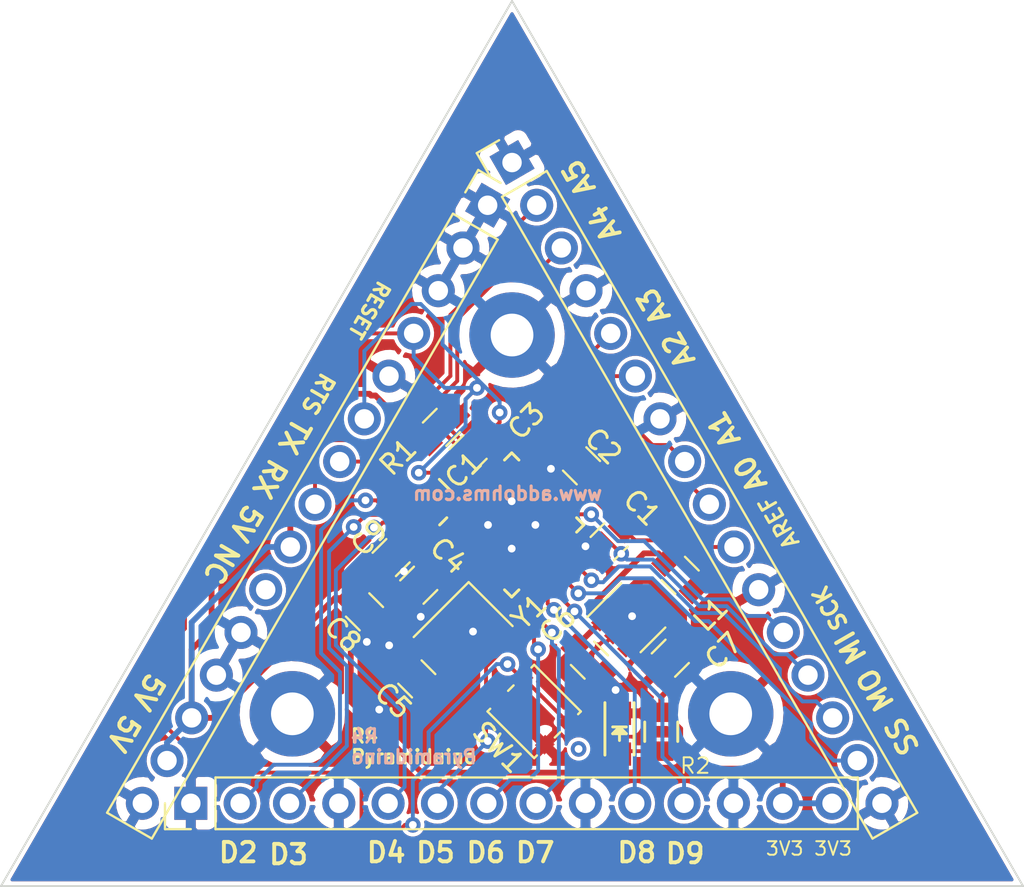
<source format=kicad_pcb>
(kicad_pcb (version 4) (host pcbnew 4.0.5)
  (layers (0 F.Cu signal) (31 B.Cu signal) (34 B.Paste user) (35 F.Paste user) (36 B.SilkS user) (37 F.SilkS user) (38 B.Mask user) (39 F.Mask user) (44 Edge.Cuts user))
  (net 0 "")
  (net 1 "Net-(C1-Pad1)")
  (net 2 GND)
  (net 3 /AREF)
  (net 4 /RESET)
  (net 5 /RTS)
  (net 6 /X_P)
  (net 7 /X_N)
  (net 8 VCC)
  (net 9 +3V3)
  (net 10 /D3)
  (net 11 /D4)
  (net 12 /D5)
  (net 13 /D6)
  (net 14 /D7)
  (net 15 /D8)
  (net 16 /D9)
  (net 17 /SS)
  (net 18 /MOSI)
  (net 19 /MISO)
  (net 20 /SCK)
  (net 21 /A0)
  (net 22 /A1)
  (net 23 /A2)
  (net 24 /A3)
  (net 25 /A4)
  (net 26 /A5)
  (net 27 /328-RX)
  (net 28 /328-TX)
  (net 29 /D2)
  (net 30 "Net-(D1-Pad2)")
  (module Pin_Headers:Pin_Header_Straight_1x16_Pitch2.54mm (layer F.Cu) (at 126.317 92.739 30)
    (fp_text reference P1 hide)
    (fp_text value CONN_01X16)
    (pad 1 thru_hole rect (at 0 0 30) (size 1.7 1.7) (drill 1) (layers *.Cu *.Mask) (net 2 GND))
    (pad 2 thru_hole oval (at 0 2.54 30) (size 1.7 1.7) (drill 1) (layers *.Cu *.Mask) (net 26 /A5))
    (pad 3 thru_hole oval (at 0 5.08 30) (size 1.7 1.7) (drill 1) (layers *.Cu *.Mask) (net 25 /A4))
    (pad 4 thru_hole oval (at 0 7.62 30) (size 1.7 1.7) (drill 1) (layers *.Cu *.Mask) (net 2 GND))
    (pad 5 thru_hole oval (at 0 10.16 30) (size 1.7 1.7) (drill 1) (layers *.Cu *.Mask) (net 24 /A3))
    (pad 6 thru_hole oval (at 0 12.7 30) (size 1.7 1.7) (drill 1) (layers *.Cu *.Mask) (net 23 /A2))
    (pad 7 thru_hole oval (at 0 15.24 30) (size 1.7 1.7) (drill 1) (layers *.Cu *.Mask) (net 2 GND))
    (pad 8 thru_hole oval (at 0 17.78 30) (size 1.7 1.7) (drill 1) (layers *.Cu *.Mask) (net 22 /A1))
    (pad 9 thru_hole oval (at 0 20.32 30) (size 1.7 1.7) (drill 1) (layers *.Cu *.Mask) (net 21 /A0))
    (pad 10 thru_hole oval (at 0 22.86 30) (size 1.7 1.7) (drill 1) (layers *.Cu *.Mask) (net 3 /AREF))
    (pad 11 thru_hole oval (at 0 25.4 30) (size 1.7 1.7) (drill 1) (layers *.Cu *.Mask) (net 2 GND))
    (pad 12 thru_hole oval (at 0 27.94 30) (size 1.7 1.7) (drill 1) (layers *.Cu *.Mask) (net 20 /SCK))
    (pad 13 thru_hole oval (at 0 30.48 30) (size 1.7 1.7) (drill 1) (layers *.Cu *.Mask) (net 19 /MISO))
    (pad 14 thru_hole oval (at 0 33.02 30) (size 1.7 1.7) (drill 1) (layers *.Cu *.Mask) (net 18 /MOSI))
    (pad 15 thru_hole oval (at 0 35.56 30) (size 1.7 1.7) (drill 1) (layers *.Cu *.Mask) (net 17 /SS))
    (pad 16 thru_hole oval (at 0 38.1 30) (size 1.7 1.7) (drill 1) (layers *.Cu *.Mask) (net 2 GND))
  )
  (module Capacitors_SMD:C_0805 (layer F.Cu) (at 131.318 112.268 225)
    (fp_text reference C1 (at -2.439518 0.060811 315) (layer F.SilkS))
    (fp_text value 100nF)
    (pad 1 smd rect (at -1 0 225) (size 1 1.25) (layers F.Cu F.Paste F.Mask) (net 1 "Net-(C1-Pad1)"))
    (pad 2 smd rect (at 1 0 225) (size 1 1.25) (layers F.Cu F.Paste F.Mask) (net 2 GND))
  )
  (module Capacitors_SMD:C_0805 (layer F.Cu) (at 129.8956 108.3564 135)
    (fp_text reference C2 (at -0.071842 1.508683 135) (layer F.SilkS))
    (fp_text value 10nF)
    (pad 1 smd rect (at -1 0 135) (size 1 1.25) (layers F.Cu F.Paste F.Mask) (net 3 /AREF))
    (pad 2 smd rect (at 1 0 135) (size 1 1.25) (layers F.Cu F.Paste F.Mask) (net 2 GND))
  )
  (module Capacitors_SMD:C_0805 (layer F.Cu) (at 124.0536 107.7468 45)
    (fp_text reference C3 (at 3.304734 0.933947 45) (layer F.SilkS))
    (fp_text value 100nF)
    (pad 1 smd rect (at -1 0 45) (size 1 1.25) (layers F.Cu F.Paste F.Mask) (net 4 /RESET))
    (pad 2 smd rect (at 1 0 45) (size 1 1.25) (layers F.Cu F.Paste F.Mask) (net 5 /RTS))
  )
  (module Capacitors_SMD:C_0805 (layer F.Cu) (at 121.5136 114.5032 45)
    (fp_text reference C4 (at 2.155261 0 315) (layer F.SilkS))
    (fp_text value 22pF)
    (pad 1 smd rect (at -1 0 45) (size 1 1.25) (layers F.Cu F.Paste F.Mask) (net 2 GND))
    (pad 2 smd rect (at 1 0 45) (size 1 1.25) (layers F.Cu F.Paste F.Mask) (net 6 /X_P))
  )
  (module Capacitors_SMD:C_0805 (layer F.Cu) (at 121.412 119.3292 315)
    (fp_text reference C5 (at -0.071842 1.652367 315) (layer F.SilkS))
    (fp_text value 22pF)
    (pad 1 smd rect (at -1 0 315) (size 1 1.25) (layers F.Cu F.Paste F.Mask) (net 2 GND))
    (pad 2 smd rect (at 1 0 315) (size 1 1.25) (layers F.Cu F.Paste F.Mask) (net 7 /X_N))
  )
  (module Capacitors_SMD:C_0805 (layer F.Cu) (at 130.302 118.364 135)
    (fp_text reference C6 (at 2.44263 0.143684 225) (layer F.SilkS))
    (fp_text value 1uF)
    (pad 1 smd rect (at -1 0 135) (size 1 1.25) (layers F.Cu F.Paste F.Mask) (net 2 GND))
    (pad 2 smd rect (at 1 0 135) (size 1 1.25) (layers F.Cu F.Paste F.Mask) (net 8 VCC))
  )
  (module Capacitors_SMD:C_0805 (layer F.Cu) (at 134.4676 118.2624 45)
    (fp_text reference C7 (at 2.188354 1.675843 45) (layer F.SilkS))
    (fp_text value 1uF)
    (pad 1 smd rect (at -1 0 45) (size 1 1.25) (layers F.Cu F.Paste F.Mask) (net 2 GND))
    (pad 2 smd rect (at 1 0 45) (size 1 1.25) (layers F.Cu F.Paste F.Mask) (net 9 +3V3))
  )
  (module Capacitors_SMD:C_0805 (layer F.Cu) (at 118.7196 115.8748 315)
    (fp_text reference C8 (at 0.035921 1.616446 315) (layer F.SilkS))
    (fp_text value 1uF)
    (pad 1 smd rect (at -1 0 315) (size 1 1.25) (layers F.Cu F.Paste F.Mask) (net 8 VCC))
    (pad 2 smd rect (at 1 0 315) (size 1 1.25) (layers F.Cu F.Paste F.Mask) (net 2 GND))
  )
  (module Capacitors_SMD:C_0805 (layer F.Cu) (at 120.0912 113.0808 225)
    (fp_text reference C9 (at 0.071842 1.508683 225) (layer F.SilkS))
    (fp_text value 100nF)
    (pad 1 smd rect (at -1 0 225) (size 1 1.25) (layers F.Cu F.Paste F.Mask) (net 8 VCC))
    (pad 2 smd rect (at 1 0 225) (size 1 1.25) (layers F.Cu F.Paste F.Mask) (net 2 GND))
  )
  (module Capacitors_SMD:C_0805 (layer F.Cu) (at 134.9756 113.9952 135)
    (fp_text reference L1 (at -2.530877 -0.304339 225) (layer F.SilkS))
    (fp_text value 10uH)
    (pad 1 smd rect (at -1 0 135) (size 1 1.25) (layers F.Cu F.Paste F.Mask) (net 1 "Net-(C1-Pad1)"))
    (pad 2 smd rect (at 1 0 135) (size 1 1.25) (layers F.Cu F.Paste F.Mask) (net 8 VCC))
  )
  (module Pin_Headers:Pin_Header_Straight_1x15_Pitch2.54mm (layer F.Cu) (at 125.061 94.939 330)
    (fp_text reference P2 hide)
    (fp_text value CONN_01X14)
    (pad 1 thru_hole rect (at 0 0 330) (size 1.7 1.7) (drill 1) (layers *.Cu *.Mask) (net 2 GND))
    (pad 2 thru_hole oval (at 0 2.54 330) (size 1.7 1.7) (drill 1) (layers *.Cu *.Mask) (net 2 GND))
    (pad 3 thru_hole oval (at 0 5.08 330) (size 1.7 1.7) (drill 1) (layers *.Cu *.Mask) (net 2 GND))
    (pad 4 thru_hole oval (at 0 7.62 330) (size 1.7 1.7) (drill 1) (layers *.Cu *.Mask) (net 4 /RESET))
    (pad 5 thru_hole oval (at 0 10.16 330) (size 1.7 1.7) (drill 1) (layers *.Cu *.Mask) (net 2 GND))
    (pad 6 thru_hole oval (at 0 12.7 330) (size 1.7 1.7) (drill 1) (layers *.Cu *.Mask) (net 5 /RTS))
    (pad 7 thru_hole oval (at 0 15.24 330) (size 1.7 1.7) (drill 1) (layers *.Cu *.Mask) (net 28 /328-TX))
    (pad 8 thru_hole oval (at 0 17.78 330) (size 1.7 1.7) (drill 1) (layers *.Cu *.Mask) (net 27 /328-RX))
    (pad 9 thru_hole oval (at 0 20.32 330) (size 1.7 1.7) (drill 1) (layers *.Cu *.Mask) (net 8 VCC))
    (pad 10 thru_hole oval (at 0 22.86 330) (size 1.7 1.7) (drill 1) (layers *.Cu *.Mask))
    (pad 11 thru_hole oval (at 0 25.4 330) (size 1.7 1.7) (drill 1) (layers *.Cu *.Mask) (net 2 GND))
    (pad 12 thru_hole oval (at 0 27.94 330) (size 1.7 1.7) (drill 1) (layers *.Cu *.Mask) (net 2 GND))
    (pad 13 thru_hole oval (at 0 30.48 330) (size 1.7 1.7) (drill 1) (layers *.Cu *.Mask) (net 8 VCC))
    (pad 14 thru_hole oval (at 0 33.02 330) (size 1.7 1.7) (drill 1) (layers *.Cu *.Mask) (net 8 VCC))
    (pad 15 thru_hole oval (at 0 35.56 330) (size 1.7 1.7) (drill 1) (layers *.Cu *.Mask) (net 2 GND))
  )
  (module Pin_Headers:Pin_Header_Straight_1x14_Pitch2.54mm (layer F.Cu) (at 109.776 125.735 90)
    (fp_text reference P3 hide)
    (fp_text value CONN_01X14)
    (pad 1 thru_hole rect (at 0 0 90) (size 1.7 1.7) (drill 1) (layers *.Cu *.Mask) (net 2 GND))
    (pad 2 thru_hole oval (at 0 2.54 90) (size 1.7 1.7) (drill 1) (layers *.Cu *.Mask) (net 29 /D2))
    (pad 3 thru_hole oval (at 0 5.08 90) (size 1.7 1.7) (drill 1) (layers *.Cu *.Mask) (net 10 /D3))
    (pad 4 thru_hole oval (at 0 7.62 90) (size 1.7 1.7) (drill 1) (layers *.Cu *.Mask) (net 2 GND))
    (pad 5 thru_hole oval (at 0 10.16 90) (size 1.7 1.7) (drill 1) (layers *.Cu *.Mask) (net 11 /D4))
    (pad 6 thru_hole oval (at 0 12.7 90) (size 1.7 1.7) (drill 1) (layers *.Cu *.Mask) (net 12 /D5))
    (pad 7 thru_hole oval (at 0 15.24 90) (size 1.7 1.7) (drill 1) (layers *.Cu *.Mask) (net 13 /D6))
    (pad 8 thru_hole oval (at 0 17.78 90) (size 1.7 1.7) (drill 1) (layers *.Cu *.Mask) (net 14 /D7))
    (pad 9 thru_hole oval (at 0 20.32 90) (size 1.7 1.7) (drill 1) (layers *.Cu *.Mask) (net 2 GND))
    (pad 10 thru_hole oval (at 0 22.86 90) (size 1.7 1.7) (drill 1) (layers *.Cu *.Mask) (net 15 /D8))
    (pad 11 thru_hole oval (at 0 25.4 90) (size 1.7 1.7) (drill 1) (layers *.Cu *.Mask) (net 16 /D9))
    (pad 12 thru_hole oval (at 0 27.94 90) (size 1.7 1.7) (drill 1) (layers *.Cu *.Mask) (net 2 GND))
    (pad 13 thru_hole oval (at 0 30.48 90) (size 1.7 1.7) (drill 1) (layers *.Cu *.Mask) (net 9 +3V3))
    (pad 14 thru_hole oval (at 0 33.02 90) (size 1.7 1.7) (drill 1) (layers *.Cu *.Mask) (net 9 +3V3))
  )
  (module Mounting_Holes:MountingHole_2.2mm_M2_Pad (layer F.Cu) (at 115.005 121.127)
    (fp_text reference P4 hide)
    (fp_text value CONN_01X01)
    (pad 1 thru_hole circle (at 0 0) (size 4.4 4.4) (drill 2.2) (layers *.Cu *.Mask) (net 2 GND))
  )
  (module Mounting_Holes:MountingHole_2.2mm_M2_Pad (layer F.Cu) (at 137.578 121.127)
    (fp_text reference P5 hide)
    (fp_text value CONN_01X01)
    (pad 1 thru_hole circle (at 0 0) (size 4.4 4.4) (drill 2.2) (layers *.Cu *.Mask) (net 2 GND))
  )
  (module Mounting_Holes:MountingHole_2.2mm_M2_Pad (layer F.Cu) (at 126.317 101.621)
    (fp_text reference P6 hide)
    (fp_text value CONN_01X01)
    (pad 1 thru_hole circle (at 0 0) (size 4.4 4.4) (drill 2.2) (layers *.Cu *.Mask) (net 2 GND))
  )
  (module Capacitors_SMD:C_0805 (layer F.Cu) (at 122.682 106.3752 45)
    (fp_text reference R1 (at -2.658156 -0.502894 45) (layer F.SilkS))
    (fp_text value 100K)
    (pad 1 smd rect (at -1 0 45) (size 1 1.25) (layers F.Cu F.Paste F.Mask) (net 8 VCC))
    (pad 2 smd rect (at 1 0 45) (size 1 1.25) (layers F.Cu F.Paste F.Mask) (net 4 /RESET))
  )
  (module TO_SOT_Packages_SMD:SOT-23-5 (layer F.Cu) (at 132.4356 116.1796 45)
    (fp_text reference U1 hide)
    (fp_text value MIC5504-3.3YM5)
    (pad 1 smd rect (at -1.1 -0.95 45) (size 1.06 0.65) (layers F.Cu F.Paste F.Mask) (net 8 VCC))
    (pad 2 smd rect (at -1.1 0 45) (size 1.06 0.65) (layers F.Cu F.Paste F.Mask) (net 2 GND))
    (pad 3 smd rect (at -1.1 0.95 45) (size 1.06 0.65) (layers F.Cu F.Paste F.Mask))
    (pad 4 smd rect (at 1.1 0.95 45) (size 1.06 0.65) (layers F.Cu F.Paste F.Mask))
    (pad 5 smd rect (at 1.1 -0.95 45) (size 1.06 0.65) (layers F.Cu F.Paste F.Mask) (net 9 +3V3))
  )
  (module "My Libraries:FA238-4pin_3.2x2.5mm_Offset" (layer F.Cu) (at 123.7996 116.8908 225)
    (fp_text reference Y1 (at -3.125129 -1.688288 225) (layer F.SilkS))
    (fp_text value 16M)
    (pad 1 smd rect (at -1.1 0.8 225) (size 1.4 1.2) (layers F.Cu F.Paste F.Mask) (net 6 /X_P))
    (pad 2 smd rect (at 1.1 0.8 225) (size 1.4 1.2) (layers F.Cu F.Paste F.Mask) (net 2 GND))
    (pad 3 smd rect (at 1.1 -0.8 225) (size 1.4 1.2) (layers F.Cu F.Paste F.Mask) (net 7 /X_N))
    (pad 4 smd rect (at -1.1 -0.8 225) (size 1.4 1.2) (layers F.Cu F.Paste F.Mask) (net 2 GND))
  )
  (module "My Libraries:SW_SPST_PTS830" (layer F.Cu) (at 127.4572 121.0056 135)
    (fp_text reference SW1 (at 0 -2.6 135) (layer F.SilkS))
    (fp_text value SW_PUSH)
    (pad 1 smd rect (at -1.6 -0.825 135) (size 0.7 0.75) (layers F.Cu F.Paste F.Mask) (net 2 GND))
    (pad 1 smd rect (at 1.6 -0.825 135) (size 0.7 0.75) (layers F.Cu F.Paste F.Mask) (net 2 GND))
    (pad 2 smd rect (at -1.6 0.825 135) (size 0.7 0.75) (layers F.Cu F.Paste F.Mask) (net 4 /RESET))
    (pad 2 smd rect (at 1.6 0.825 135) (size 0.7 0.75) (layers F.Cu F.Paste F.Mask) (net 4 /RESET))
  )
  (module LEDs:LED_0805 (layer F.Cu) (at 131.85 122.15098 270)
    (fp_text reference D1 hide)
    (fp_text value LED)
    (pad 2 smd rect (at 1.04902 0 90) (size 1.19888 1.19888) (layers F.Cu F.Paste F.Mask) (net 30 "Net-(D1-Pad2)"))
    (pad 1 smd rect (at -1.04902 0 90) (size 1.19888 1.19888) (layers F.Cu F.Paste F.Mask) (net 2 GND))
  )
  (module Capacitors_SMD:C_0805 (layer F.Cu) (at 134 122.05 270)
    (fp_text reference R2 (at 1.75 -1.75 360) (layer F.SilkS) (effects (font (size 0.8 0.8) (thickness 0.1))))
    (fp_text value 1k)
    (pad 1 smd rect (at -1 0 270) (size 1 1.25) (layers F.Cu F.Paste F.Mask) (net 9 +3V3))
    (pad 2 smd rect (at 1 0 270) (size 1 1.25) (layers F.Cu F.Paste F.Mask) (net 30 "Net-(D1-Pad2)"))
  )
  (module "My Libraries:QFN-32-1EP_5x5mm_Pitch0.5mm-GND" (layer F.Cu) (at 126.3 111.4 45)
    (fp_text reference IC1 (at 0 -3.75 45) (layer F.SilkS))
    (fp_text value ATMEGA328-A)
    (pad 1 smd rect (at -2.4 -1.75 45) (size 0.7 0.25) (layers F.Cu F.Paste F.Mask) (net 10 /D3))
    (pad 2 smd rect (at -2.4 -1.25 45) (size 0.7 0.25) (layers F.Cu F.Paste F.Mask) (net 11 /D4))
    (pad 3 smd rect (at -2.4 -0.75 45) (size 0.7 0.25) (layers F.Cu F.Paste F.Mask) (net 2 GND))
    (pad 4 smd rect (at -2.4 -0.25 45) (size 0.7 0.25) (layers F.Cu F.Paste F.Mask) (net 8 VCC))
    (pad 5 smd rect (at -2.4 0.25 45) (size 0.7 0.25) (layers F.Cu F.Paste F.Mask) (net 2 GND))
    (pad 6 smd rect (at -2.4 0.75 45) (size 0.7 0.25) (layers F.Cu F.Paste F.Mask) (net 8 VCC))
    (pad 7 smd rect (at -2.4 1.25 45) (size 0.7 0.25) (layers F.Cu F.Paste F.Mask) (net 6 /X_P))
    (pad 8 smd rect (at -2.4 1.75 45) (size 0.7 0.25) (layers F.Cu F.Paste F.Mask) (net 7 /X_N))
    (pad 9 smd rect (at -1.75 2.4 135) (size 0.7 0.25) (layers F.Cu F.Paste F.Mask) (net 12 /D5))
    (pad 10 smd rect (at -1.25 2.4 135) (size 0.7 0.25) (layers F.Cu F.Paste F.Mask) (net 13 /D6))
    (pad 11 smd rect (at -0.75 2.4 135) (size 0.7 0.25) (layers F.Cu F.Paste F.Mask) (net 14 /D7))
    (pad 12 smd rect (at -0.25 2.4 135) (size 0.7 0.25) (layers F.Cu F.Paste F.Mask) (net 15 /D8))
    (pad 13 smd rect (at 0.25 2.4 135) (size 0.7 0.25) (layers F.Cu F.Paste F.Mask) (net 16 /D9))
    (pad 14 smd rect (at 0.75 2.4 135) (size 0.7 0.25) (layers F.Cu F.Paste F.Mask) (net 17 /SS))
    (pad 15 smd rect (at 1.25 2.4 135) (size 0.7 0.25) (layers F.Cu F.Paste F.Mask) (net 18 /MOSI))
    (pad 16 smd rect (at 1.75 2.4 135) (size 0.7 0.25) (layers F.Cu F.Paste F.Mask) (net 19 /MISO))
    (pad 17 smd rect (at 2.4 1.75 45) (size 0.7 0.25) (layers F.Cu F.Paste F.Mask) (net 20 /SCK))
    (pad 18 smd rect (at 2.4 1.25 45) (size 0.7 0.25) (layers F.Cu F.Paste F.Mask) (net 1 "Net-(C1-Pad1)"))
    (pad 19 smd rect (at 2.4 0.75 45) (size 0.7 0.25) (layers F.Cu F.Paste F.Mask))
    (pad 20 smd rect (at 2.4 0.25 45) (size 0.7 0.25) (layers F.Cu F.Paste F.Mask) (net 3 /AREF))
    (pad 21 smd rect (at 2.4 -0.25 45) (size 0.7 0.25) (layers F.Cu F.Paste F.Mask) (net 2 GND))
    (pad 22 smd rect (at 2.4 -0.75 45) (size 0.7 0.25) (layers F.Cu F.Paste F.Mask))
    (pad 23 smd rect (at 2.4 -1.25 45) (size 0.7 0.25) (layers F.Cu F.Paste F.Mask) (net 21 /A0))
    (pad 24 smd rect (at 2.4 -1.75 45) (size 0.7 0.25) (layers F.Cu F.Paste F.Mask) (net 22 /A1))
    (pad 25 smd rect (at 1.75 -2.4 135) (size 0.7 0.25) (layers F.Cu F.Paste F.Mask) (net 23 /A2))
    (pad 26 smd rect (at 1.25 -2.4 135) (size 0.7 0.25) (layers F.Cu F.Paste F.Mask) (net 24 /A3))
    (pad 27 smd rect (at 0.75 -2.4 135) (size 0.7 0.25) (layers F.Cu F.Paste F.Mask) (net 25 /A4))
    (pad 28 smd rect (at 0.25 -2.4 135) (size 0.7 0.25) (layers F.Cu F.Paste F.Mask) (net 26 /A5))
    (pad 29 smd rect (at -0.25 -2.4 135) (size 0.7 0.25) (layers F.Cu F.Paste F.Mask) (net 4 /RESET))
    (pad 30 smd rect (at -0.75 -2.4 135) (size 0.7 0.25) (layers F.Cu F.Paste F.Mask) (net 27 /328-RX))
    (pad 31 smd rect (at -1.25 -2.4 135) (size 0.7 0.25) (layers F.Cu F.Paste F.Mask) (net 28 /328-TX))
    (pad 32 smd rect (at -1.75 -2.4 135) (size 0.7 0.25) (layers F.Cu F.Paste F.Mask) (net 29 /D2))
    (pad 5 smd rect (at 0.8625 0.8625 45) (size 1.725 1.725) (layers F.Cu F.Paste F.Mask) (net 2 GND))
    (pad 5 smd rect (at 0.8625 -0.8625 45) (size 1.725 1.725) (layers F.Cu F.Paste F.Mask) (net 2 GND))
    (pad 5 smd rect (at -0.8625 0.8625 45) (size 1.725 1.725) (layers F.Cu F.Paste F.Mask) (net 2 GND))
    (pad 5 smd rect (at -0.8625 -0.8625 45) (size 1.725 1.725) (layers F.Cu F.Paste F.Mask) (net 2 GND))
  )
  (gr_text Pyramiduino (at 121.2596 123.3424) (layer B.SilkS) (effects (font (size 0.7 0.7)) (justify mirror)))
  (gr_text R4 (at 118.7196 122.2756) (layer B.SilkS) (effects (font (size 0.7 0.7)) (justify mirror)))
  (gr_text R4 (at 118.7196 122.2756) (layer F.SilkS) (effects (font (size 0.7 0.7))))
  (gr_text Pyramiduino (at 121.2596 123.3424) (layer F.SilkS) (effects (font (size 0.7 0.7))))
  (gr_text NC (at 111.3536 113.3856 240) (layer F.SilkS) (effects (font (size 1 1) (thickness 0.2))))
  (gr_text www.addohms.com (at 126.0856 109.7788) (layer B.SilkS) (effects (font (size 0.7 0.7) (thickness 0.16)) (justify mirror)))
  (gr_text MI (at 143.764 117.7036 120) (layer F.SilkS) (effects (font (size 1 1) (thickness 0.2))))
  (gr_text SCK (at 142.6972 115.6716 120) (layer F.SilkS) (effects (font (size 0.8 0.8) (thickness 0.175))))
  (gr_text A3 (at 133.604 100.1268 120) (layer F.SilkS) (effects (font (size 1 1) (thickness 0.2))))
  (gr_text RESET (at 118.9736 100.33 240) (layer F.SilkS) (effects (font (size 0.7 0.7) (thickness 0.16))))
  (gr_text RTS (at 116.332 104.648 240) (layer F.SilkS) (effects (font (size 0.8 0.8) (thickness 0.175))))
  (gr_text TX (at 115.1128 106.8324 240) (layer F.SilkS) (effects (font (size 1 1) (thickness 0.2))))
  (gr_text RX (at 113.8428 109.0168 240) (layer F.SilkS) (effects (font (size 1 1) (thickness 0.2))))
  (gr_text 5V (at 112.6236 111.3028 240) (layer F.SilkS) (effects (font (size 1 1) (thickness 0.2))))
  (gr_text 5V (at 107.5944 119.9896 240) (layer F.SilkS) (effects (font (size 1 1) (thickness 0.2))))
  (gr_text 5V (at 106.3244 122.1232 240) (layer F.SilkS) (effects (font (size 1 1) (thickness 0.2))))
  (gr_text D2 (at 112.2172 128.27) (layer F.SilkS) (effects (font (size 1 1) (thickness 0.2))))
  (gr_text D3 (at 114.808 128.3716) (layer F.SilkS) (effects (font (size 1 1) (thickness 0.2))))
  (gr_text D4 (at 119.8372 128.27) (layer F.SilkS) (effects (font (size 1 1) (thickness 0.2))))
  (gr_text D5 (at 122.3772 128.27) (layer F.SilkS) (effects (font (size 1 1) (thickness 0.2))))
  (gr_text D6 (at 124.968 128.27) (layer F.SilkS) (effects (font (size 1 1) (thickness 0.2))))
  (gr_text D7 (at 127.508 128.27) (layer F.SilkS) (effects (font (size 1 1) (thickness 0.2))))
  (gr_text D8 (at 132.7404 128.27) (layer F.SilkS) (effects (font (size 1 1) (thickness 0.2))))
  (gr_text D9 (at 135.2296 128.3208) (layer F.SilkS) (effects (font (size 1 1) (thickness 0.2))))
  (gr_text 3V3 (at 140.3604 128.0668) (layer F.SilkS) (effects (font (size 0.7 0.7) (thickness 0.1))))
  (gr_text 3V3 (at 142.8496 128.0668) (layer F.SilkS) (effects (font (size 0.7 0.7) (thickness 0.1))))
  (gr_text AREF (at 140.0556 111.252 120) (layer F.SilkS) (effects (font (size 0.8 0.8))))
  (gr_text SS (at 146.4056 122.2756 120) (layer F.SilkS) (effects (font (size 1 1) (thickness 0.2))))
  (gr_text MO (at 145.034 119.888 120) (layer F.SilkS) (effects (font (size 1 1) (thickness 0.2))))
  (gr_text A0 (at 138.5824 108.7628 120) (layer F.SilkS) (effects (font (size 1 1) (thickness 0.2))))
  (gr_text A1 (at 137.2108 106.4768 120) (layer F.SilkS) (effects (font (size 1 1) (thickness 0.2))))
  (gr_text A2 (at 134.874 102.362 120) (layer F.SilkS) (effects (font (size 1 1) (thickness 0.2))))
  (gr_text A4 (at 131.064 95.8596 120) (layer F.SilkS) (effects (font (size 1 1) (thickness 0.2))))
  (gr_text A5 (at 129.7432 93.5228 120) (layer F.SilkS) (effects (font (size 1 1) (thickness 0.2))))
  (gr_line (start 126.316 84.419) (end 100 130) (layer Edge.Cuts) (width 0.1))
  (gr_line (start 152.633 130) (end 126.316 84.419) (layer Edge.Cuts) (width 0.1))
  (gr_line (start 100 130) (end 152.633 130) (layer Edge.Cuts) (width 0.1))
  (segment (start 129.527534 122.720334) (end 129.7432 122.936) (width 0.2) (layer F.Cu) (net 0))
  (via (at 129.7432 122.936) (size 0.8) (drill 0.4) (layers F.Cu B.Cu) (net 0))
  (segment (start 132.025107 111.560893) (end 130.598614 110.1344) (width 0.2) (layer F.Cu) (net 1))
  (segment (start 130.598614 110.1344) (end 129.324367 110.1344) (width 0.2) (layer F.Cu) (net 1))
  (segment (start 129.324367 110.1344) (end 128.89794 110.560827) (width 0.2) (layer F.Cu) (net 1))
  (segment (start 135.682707 114.702307) (end 135.682707 113.394145) (width 0.2) (layer F.Cu) (net 1))
  (segment (start 135.682707 113.394145) (end 134.48115 112.192588) (width 0.2) (layer F.Cu) (net 1))
  (segment (start 134.48115 112.192588) (end 132.656802 112.192588) (width 0.2) (layer F.Cu) (net 1))
  (segment (start 132.656802 112.192588) (end 132.025107 111.560893) (width 0.2) (layer F.Cu) (net 1))
  (segment (start 130.1 112.5) (end 130.4 112.8) (width 0.2) (layer B.Cu) (net 2))
  (segment (start 130.4 112.8) (end 130.4 112.9) (width 0.2) (layer B.Cu) (net 2))
  (segment (start 130.610893 112.975107) (end 130.575107 112.975107) (width 0.2) (layer F.Cu) (net 2))
  (segment (start 130.575107 112.975107) (end 130.1 112.5) (width 0.2) (layer F.Cu) (net 2))
  (via (at 130.1 112.5) (size 0.8) (drill 0.4) (layers F.Cu B.Cu) (net 2))
  (segment (start 132.5 116.1) (end 132.6 116) (width 0.2) (layer F.Cu) (net 2))
  (segment (start 131.657783 116.957417) (end 131.657783 116.942217) (width 0.2) (layer F.Cu) (net 2))
  (segment (start 131.657783 116.942217) (end 132.5 116.1) (width 0.2) (layer F.Cu) (net 2))
  (via (at 132.5 116.1) (size 0.8) (drill 0.4) (layers F.Cu B.Cu) (net 2))
  (segment (start 131.657783 116.957417) (end 131.212307 117.402893) (width 0.2) (layer F.Cu) (net 2))
  (segment (start 131.212307 117.402893) (end 130.980281 117.402893) (width 0.2) (layer F.Cu) (net 2))
  (segment (start 130.980281 117.402893) (end 130.4036 117.979574) (width 0.2) (layer F.Cu) (net 2))
  (segment (start 130.4036 117.979574) (end 130.4036 118.4656) (width 0.2) (layer F.Cu) (net 2))
  (segment (start 130.4036 118.4656) (end 131.009107 119.071107) (width 0.2) (layer F.Cu) (net 2))
  (segment (start 130.610893 112.975107) (end 130.587888 112.975107) (width 0.2) (layer F.Cu) (net 2))
  (via (at 125.080241 111.4) (size 0.8) (drill 0.4) (layers F.Cu B.Cu) (net 2))
  (via (at 126.3 112.619759) (size 0.8) (drill 0.4) (layers F.Cu B.Cu) (net 2))
  (via (at 127.519759 111.4) (size 0.8) (drill 0.4) (layers F.Cu B.Cu) (net 2))
  (via (at 126.3 110.180241) (size 0.8) (drill 0.4) (layers F.Cu B.Cu) (net 2))
  (segment (start 126.3 110.180241) (end 127.166206 110.180241) (width 0.2) (layer F.Cu) (net 2))
  (segment (start 127.166206 110.180241) (end 127.82028 109.526167) (width 0.2) (layer F.Cu) (net 2))
  (segment (start 125.080241 111.4) (end 125.080241 111.559099) (width 0.2) (layer F.Cu) (net 2))
  (segment (start 125.080241 111.559099) (end 124.072614 112.566726) (width 0.2) (layer F.Cu) (net 2))
  (segment (start 126.3 112.619759) (end 125.433794 112.619759) (width 0.2) (layer F.Cu) (net 2))
  (segment (start 125.433794 112.619759) (end 124.77972 113.273833) (width 0.2) (layer F.Cu) (net 2))
  (segment (start 124.072614 112.566726) (end 124.072614 112.398627) (width 0.2) (layer F.Cu) (net 2))
  (segment (start 125.459794 112.593759) (end 126.317 112.593759) (width 0.2) (layer F.Cu) (net 2))
  (segment (start 131.65 119.9) (end 131.4 119.65) (width 0.2) (layer B.Cu) (net 2))
  (segment (start 131.4 119.65) (end 131.3 119.65) (width 0.2) (layer B.Cu) (net 2))
  (segment (start 131.85 121.10196) (end 131.85 120.1) (width 0.2) (layer F.Cu) (net 2))
  (segment (start 131.85 120.1) (end 131.65 119.9) (width 0.2) (layer F.Cu) (net 2))
  (via (at 131.65 119.9) (size 0.8) (drill 0.4) (layers F.Cu B.Cu) (net 2))
  (segment (start 128.005208 122.720334) (end 125.742466 120.457592) (width 0.2) (layer F.Cu) (net 2))
  (segment (start 119.478531 120.907069) (end 119.1768 121.2088) (width 0.2) (layer B.Cu) (net 2))
  (segment (start 120.704893 118.622093) (end 120.704893 119.680707) (width 0.2) (layer F.Cu) (net 2))
  (segment (start 120.704893 119.680707) (end 119.478531 120.907069) (width 0.2) (layer F.Cu) (net 2))
  (via (at 119.478531 120.907069) (size 0.8) (drill 0.4) (layers F.Cu B.Cu) (net 2))
  (segment (start 124.930971 116.8908) (end 125.143103 116.678668) (width 0.2) (layer F.Cu) (net 2))
  (segment (start 124.3076 116.8908) (end 124.930971 116.8908) (width 0.2) (layer F.Cu) (net 2))
  (segment (start 124.3076 116.8908) (end 123.982443 116.8908) (width 0.2) (layer F.Cu) (net 2))
  (segment (start 123.982443 116.8908) (end 123.810589 117.062654) (width 0.2) (layer F.Cu) (net 2))
  (via (at 124.3076 116.8908) (size 0.8) (drill 0.4) (layers F.Cu B.Cu) (net 2))
  (segment (start 130.610893 112.975107) (end 130.551907 112.975107) (width 0.2) (layer F.Cu) (net 2))
  (segment (start 129.188493 107.649293) (end 129.180307 107.649293) (width 0.2) (layer F.Cu) (net 2))
  (segment (start 129.180307 107.649293) (end 128.3208 108.5088) (width 0.2) (layer F.Cu) (net 2))
  (via (at 128.3208 108.5088) (size 0.8) (drill 0.4) (layers F.Cu B.Cu) (net 2))
  (segment (start 125.450794 112.593759) (end 126.317 112.593759) (width 0.2) (layer F.Cu) (net 2))
  (segment (start 126.317 112.593759) (end 125.097241 111.374) (width 0.2) (layer F.Cu) (net 2))
  (segment (start 127.536759 111.374) (end 126.317 112.593759) (width 0.2) (layer F.Cu) (net 2))
  (segment (start 126.317 110.154241) (end 127.536759 111.374) (width 0.2) (layer F.Cu) (net 2))
  (segment (start 127.183206 110.154241) (end 126.317 110.154241) (width 0.2) (layer F.Cu) (net 2))
  (segment (start 123.810589 117.062654) (end 123.444903 117.062654) (width 0.2) (layer F.Cu) (net 2))
  (segment (start 123.444903 117.062654) (end 123.404625 117.102932) (width 0.2) (layer F.Cu) (net 2))
  (segment (start 123.404625 117.102932) (end 122.456097 117.102932) (width 0.2) (layer F.Cu) (net 2))
  (segment (start 119.384093 113.787907) (end 120.747507 113.787907) (width 0.2) (layer F.Cu) (net 2))
  (segment (start 120.747507 113.787907) (end 120.7516 113.792) (width 0.2) (layer F.Cu) (net 2))
  (via (at 120.7516 113.792) (size 0.8) (drill 0.4) (layers F.Cu B.Cu) (net 2))
  (segment (start 119.426707 116.581907) (end 119.426707 116.836186) (width 0.2) (layer F.Cu) (net 2))
  (segment (start 119.426707 116.836186) (end 118.839577 117.423316) (width 0.2) (layer F.Cu) (net 2))
  (via (at 118.839577 117.423316) (size 0.8) (drill 0.4) (layers F.Cu B.Cu) (net 2))
  (segment (start 120.704893 118.622093) (end 120.704893 118.317293) (width 0.2) (layer F.Cu) (net 2))
  (segment (start 120.704893 118.317293) (end 119.9896 117.602) (width 0.2) (layer F.Cu) (net 2))
  (via (at 119.9896 117.602) (size 0.8) (drill 0.4) (layers F.Cu B.Cu) (net 2))
  (segment (start 122.456097 117.102932) (end 122.456097 116.969697) (width 0.2) (layer F.Cu) (net 2))
  (segment (start 122.456097 116.969697) (end 121.6152 116.1288) (width 0.2) (layer F.Cu) (net 2))
  (via (at 121.6152 116.1288) (size 0.8) (drill 0.4) (layers F.Cu B.Cu) (net 2))
  (segment (start 131.02697 109.48777) (end 131.02697 109.498686) (width 0.2) (layer F.Cu) (net 3))
  (segment (start 131.02697 109.498686) (end 133.368462 111.840178) (width 0.2) (layer F.Cu) (net 3))
  (segment (start 133.368462 111.840178) (end 134.954178 111.840178) (width 0.2) (layer F.Cu) (net 3))
  (segment (start 134.954178 111.840178) (end 135.650341 112.536341) (width 0.2) (layer F.Cu) (net 3))
  (segment (start 135.650341 112.536341) (end 137.747 112.536341) (width 0.2) (layer F.Cu) (net 3))
  (segment (start 130.602707 109.063507) (end 131.02697 109.48777) (width 0.2) (layer F.Cu) (net 3))
  (segment (start 128.190833 109.85372) (end 128.981046 109.063507) (width 0.2) (layer F.Cu) (net 3))
  (segment (start 128.981046 109.063507) (end 130.602707 109.063507) (width 0.2) (layer F.Cu) (net 3))
  (segment (start 126.909192 119.290866) (end 126.809266 119.290866) (width 0.2) (layer F.Cu) (net 4))
  (segment (start 126.809266 119.290866) (end 126.0856 118.5672) (width 0.2) (layer F.Cu) (net 4))
  (segment (start 129.171934 121.553608) (end 126.909192 119.290866) (width 0.2) (layer F.Cu) (net 4))
  (segment (start 124.5108 104.3432) (end 123.92543 104.92857) (width 0.2) (layer F.Cu) (net 4))
  (segment (start 123.92543 104.92857) (end 123.92543 105.13177) (width 0.2) (layer F.Cu) (net 4))
  (segment (start 123.92543 106.30017) (end 123.92543 104.92857) (width 0.2) (layer B.Cu) (net 4))
  (segment (start 123.92543 104.92857) (end 124.493651 104.360349) (width 0.2) (layer B.Cu) (net 4))
  (segment (start 121.251 101.538114) (end 121.251 102.740195) (width 0.2) (layer B.Cu) (net 4))
  (segment (start 121.251 102.740195) (end 122.854005 104.3432) (width 0.2) (layer B.Cu) (net 4))
  (segment (start 122.854005 104.3432) (end 124.476503 104.3432) (width 0.2) (layer B.Cu) (net 4))
  (segment (start 124.476503 104.3432) (end 124.493652 104.360349) (width 0.2) (layer B.Cu) (net 4))
  (segment (start 121.2088 124.5616) (end 122.0216 123.7488) (width 0.2) (layer B.Cu) (net 4))
  (segment (start 122.0216 123.7488) (end 122.0216 122.065515) (width 0.2) (layer B.Cu) (net 4))
  (segment (start 121.2088 126.8476) (end 121.2088 124.5616) (width 0.2) (layer B.Cu) (net 4))
  (segment (start 120.4976 127.1524) (end 120.8024 126.8476) (width 0.2) (layer F.Cu) (net 4))
  (segment (start 120.8024 126.8476) (end 121.2088 126.8476) (width 0.2) (layer F.Cu) (net 4))
  (via (at 121.2088 126.8476) (size 0.8) (drill 0.4) (layers F.Cu B.Cu) (net 4))
  (segment (start 119.0752 127.1524) (end 120.4976 127.1524) (width 0.2) (layer F.Cu) (net 4))
  (segment (start 118.5672 126.6444) (end 119.0752 127.1524) (width 0.2) (layer F.Cu) (net 4))
  (segment (start 118.5672 124.5108) (end 118.5672 126.6444) (width 0.2) (layer F.Cu) (net 4))
  (segment (start 118.2116 124.1552) (end 118.5672 124.5108) (width 0.2) (layer F.Cu) (net 4))
  (segment (start 110.873043 124.1552) (end 118.2116 124.1552) (width 0.2) (layer F.Cu) (net 4))
  (segment (start 115.6208 104.394) (end 118.476686 101.538114) (width 0.2) (layer F.Cu) (net 4))
  (segment (start 118.476686 101.538114) (end 121.251 101.538114) (width 0.2) (layer F.Cu) (net 4))
  (segment (start 115.6208 106.615311) (end 115.6208 104.394) (width 0.2) (layer F.Cu) (net 4))
  (segment (start 113.2332 110.0328) (end 113.2332 109.002911) (width 0.2) (layer F.Cu) (net 4))
  (segment (start 113.2332 109.002911) (end 115.6208 106.615311) (width 0.2) (layer F.Cu) (net 4))
  (segment (start 110.39559 112.87041) (end 113.2332 110.0328) (width 0.2) (layer F.Cu) (net 4))
  (segment (start 109.474 116.7384) (end 109.474 114.7572) (width 0.2) (layer F.Cu) (net 4))
  (segment (start 109.474 114.7572) (end 110.39559 113.83561) (width 0.2) (layer F.Cu) (net 4))
  (segment (start 110.39559 113.83561) (end 110.39559 112.87041) (width 0.2) (layer F.Cu) (net 4))
  (segment (start 107.442 118.7704) (end 109.474 116.7384) (width 0.2) (layer F.Cu) (net 4))
  (segment (start 107.442 120.724157) (end 107.442 118.7704) (width 0.2) (layer F.Cu) (net 4))
  (segment (start 110.873043 124.1552) (end 107.442 120.724157) (width 0.2) (layer F.Cu) (net 4))
  (segment (start 126.0856 118.5672) (end 125.519915 118.5672) (width 0.2) (layer B.Cu) (net 4))
  (segment (start 125.519915 118.5672) (end 122.0216 122.065515) (width 0.2) (layer B.Cu) (net 4))
  (via (at 126.0856 118.5672) (size 0.8) (drill 0.4) (layers F.Cu B.Cu) (net 4))
  (segment (start 121.5136 108.712) (end 123.0884 108.712) (width 0.2) (layer F.Cu) (net 4))
  (segment (start 123.0884 108.712) (end 123.346493 108.453907) (width 0.2) (layer F.Cu) (net 4))
  (segment (start 123.92543 106.30017) (end 121.5136 108.712) (width 0.2) (layer B.Cu) (net 4))
  (via (at 121.5136 108.712) (size 0.8) (drill 0.4) (layers F.Cu B.Cu) (net 4))
  (segment (start 123.92543 105.13177) (end 123.389107 105.668093) (width 0.2) (layer F.Cu) (net 4))
  (via (at 124.5108 104.3432) (size 0.8) (drill 0.4) (layers F.Cu B.Cu) (net 4))
  (segment (start 123.346493 108.453907) (end 123.346493 108.757046) (width 0.2) (layer F.Cu) (net 4))
  (segment (start 123.346493 108.757046) (end 124.443167 109.85372) (width 0.2) (layer F.Cu) (net 4))
  (segment (start 121.13236 100.0252) (end 118.711 102.44656) (width 0.2) (layer B.Cu) (net 5))
  (segment (start 118.711 102.44656) (end 118.711 105.937523) (width 0.2) (layer B.Cu) (net 5))
  (segment (start 121.6152 100.0252) (end 121.13236 100.0252) (width 0.2) (layer B.Cu) (net 5))
  (segment (start 122.7328 101.1428) (end 121.6152 100.0252) (width 0.2) (layer B.Cu) (net 5))
  (segment (start 122.7328 102.101115) (end 122.7328 101.1428) (width 0.2) (layer B.Cu) (net 5))
  (segment (start 125.6792 105.6132) (end 125.6792 105.047515) (width 0.2) (layer B.Cu) (net 5))
  (segment (start 125.6792 105.047515) (end 122.7328 102.101115) (width 0.2) (layer B.Cu) (net 5))
  (segment (start 125.6792 105.6132) (end 125.6792 106.1212) (width 0.2) (layer F.Cu) (net 5))
  (segment (start 125.6792 106.1212) (end 124.760707 107.039693) (width 0.2) (layer F.Cu) (net 5))
  (via (at 125.6792 105.6132) (size 0.8) (drill 0.4) (layers F.Cu B.Cu) (net 5))
  (segment (start 123.1392 113.907479) (end 123.711879 113.907479) (width 0.2) (layer F.Cu) (net 6))
  (segment (start 123.711879 113.907479) (end 124.3584 114.554) (width 0.2) (layer F.Cu) (net 6))
  (segment (start 122.220707 113.796093) (end 123.027814 113.796093) (width 0.2) (layer F.Cu) (net 6))
  (segment (start 123.027814 113.796093) (end 123.1392 113.907479) (width 0.2) (layer F.Cu) (net 6))
  (segment (start 122.220707 113.796093) (end 123.971911 115.547297) (width 0.2) (layer F.Cu) (net 6))
  (segment (start 123.971911 115.547297) (end 124.011732 115.547297) (width 0.2) (layer F.Cu) (net 6))
  (segment (start 124.904767 114.554) (end 124.3584 114.554) (width 0.2) (layer F.Cu) (net 6))
  (segment (start 125.503827 113.95494) (end 124.904767 114.554) (width 0.2) (layer F.Cu) (net 6))
  (segment (start 122.119107 120.036307) (end 123.587468 118.567946) (width 0.2) (layer F.Cu) (net 7))
  (segment (start 123.587468 118.567946) (end 123.587468 118.234303) (width 0.2) (layer F.Cu) (net 7))
  (segment (start 125.857381 114.308493) (end 125.539184 114.62669) (width 0.2) (layer F.Cu) (net 7))
  (segment (start 125.222 115.410651) (end 126.4412 116.629851) (width 0.2) (layer F.Cu) (net 7))
  (segment (start 125.539184 114.62669) (end 125.539184 114.643216) (width 0.2) (layer F.Cu) (net 7))
  (segment (start 126.4412 116.7384) (end 124.945297 118.234303) (width 0.2) (layer F.Cu) (net 7))
  (segment (start 125.539184 114.643216) (end 125.222 114.9604) (width 0.2) (layer F.Cu) (net 7))
  (segment (start 125.222 114.9604) (end 125.222 115.410651) (width 0.2) (layer F.Cu) (net 7))
  (segment (start 124.945297 118.234303) (end 123.587468 118.234303) (width 0.2) (layer F.Cu) (net 7))
  (segment (start 126.4412 116.629851) (end 126.4412 116.7384) (width 0.2) (layer F.Cu) (net 7))
  (segment (start 118.012493 115.167693) (end 118.012493 120.501693) (width 0.3) (layer F.Cu) (net 8))
  (segment (start 118.012493 120.501693) (end 121.666 124.1552) (width 0.3) (layer F.Cu) (net 8))
  (segment (start 130.7084 120.9548) (end 128.9304 119.1768) (width 0.3) (layer F.Cu) (net 8))
  (segment (start 121.666 124.1552) (end 129.634002 124.1552) (width 0.3) (layer F.Cu) (net 8))
  (segment (start 129.634002 124.1552) (end 130.7084 123.080802) (width 0.3) (layer F.Cu) (net 8))
  (segment (start 130.7084 123.080802) (end 130.7084 120.9548) (width 0.3) (layer F.Cu) (net 8))
  (segment (start 128.9304 119.1768) (end 128.9304 118.321386) (width 0.3) (layer F.Cu) (net 8))
  (segment (start 128.9304 118.321386) (end 129.594893 117.656893) (width 0.3) (layer F.Cu) (net 8))
  (segment (start 109.821 121.335454) (end 109.821 116.414555) (width 0.3) (layer B.Cu) (net 8))
  (segment (start 113.698919 112.536636) (end 114.901 112.536636) (width 0.3) (layer B.Cu) (net 8))
  (segment (start 109.821 116.414555) (end 113.698919 112.536636) (width 0.3) (layer B.Cu) (net 8))
  (segment (start 114.901 112.536636) (end 114.901 109.821) (width 0.3) (layer F.Cu) (net 8))
  (segment (start 114.901 109.821) (end 114.7572 109.6772) (width 0.3) (layer F.Cu) (net 8))
  (segment (start 110.8456 116.7892) (end 109.821 117.8138) (width 0.3) (layer F.Cu) (net 8))
  (segment (start 109.821 117.8138) (end 109.821 121.335454) (width 0.3) (layer F.Cu) (net 8))
  (segment (start 110.8456 113.5888) (end 110.8456 116.7892) (width 0.3) (layer F.Cu) (net 8))
  (segment (start 114.7572 109.6772) (end 110.8456 113.5888) (width 0.3) (layer F.Cu) (net 8))
  (segment (start 114.7572 108.115321) (end 114.7572 109.6772) (width 0.3) (layer F.Cu) (net 8))
  (segment (start 118.9736 104.648) (end 118.224521 104.648) (width 0.3) (layer F.Cu) (net 8))
  (segment (start 118.224521 104.648) (end 114.7572 108.115321) (width 0.3) (layer F.Cu) (net 8))
  (segment (start 119.063122 104.737522) (end 118.9736 104.648) (width 0.3) (layer F.Cu) (net 8))
  (segment (start 121.974893 107.082307) (end 121.462242 106.569656) (width 0.3) (layer F.Cu) (net 8))
  (segment (start 121.462242 106.569656) (end 121.119135 106.569656) (width 0.3) (layer F.Cu) (net 8))
  (segment (start 121.119135 106.569656) (end 119.287001 104.737522) (width 0.3) (layer F.Cu) (net 8))
  (segment (start 119.287001 104.737522) (end 119.063122 104.737522) (width 0.3) (layer F.Cu) (net 8))
  (segment (start 122.2773 112.650588) (end 122.972795 113.346083) (width 0.3) (layer F.Cu) (net 8))
  (segment (start 122.972795 113.346083) (end 123.786893 113.346083) (width 0.3) (layer F.Cu) (net 8))
  (segment (start 123.786893 113.346083) (end 123.8504 113.40959) (width 0.3) (layer F.Cu) (net 8))
  (segment (start 121.709528 112.9284) (end 121.98734 112.650588) (width 0.3) (layer F.Cu) (net 8))
  (segment (start 121.98734 112.650588) (end 122.2773 112.650588) (width 0.3) (layer F.Cu) (net 8))
  (segment (start 121.083388 112.650588) (end 121.3612 112.9284) (width 0.3) (layer F.Cu) (net 8))
  (segment (start 121.3612 112.9284) (end 121.709528 112.9284) (width 0.3) (layer F.Cu) (net 8))
  (segment (start 120.798307 112.373693) (end 121.075202 112.650588) (width 0.3) (layer F.Cu) (net 8))
  (segment (start 121.075202 112.650588) (end 121.083388 112.650588) (width 0.3) (layer F.Cu) (net 8))
  (segment (start 130.986031 116.285666) (end 130.685512 115.985147) (width 0.3) (layer F.Cu) (net 8))
  (segment (start 130.685512 115.985147) (end 130.685512 115.801112) (width 0.3) (layer F.Cu) (net 8))
  (segment (start 130.685512 115.801112) (end 130.7084 115.778224) (width 0.3) (layer F.Cu) (net 8))
  (segment (start 130.7084 115.778224) (end 130.7084 115.2652) (width 0.3) (layer F.Cu) (net 8))
  (segment (start 130.7084 115.2652) (end 133.10977 112.86383) (width 0.3) (layer F.Cu) (net 8))
  (segment (start 133.10977 112.86383) (end 133.84423 112.86383) (width 0.3) (layer F.Cu) (net 8))
  (segment (start 133.84423 112.86383) (end 134.268493 113.288093) (width 0.3) (layer F.Cu) (net 8))
  (segment (start 129.594893 117.656893) (end 129.614804 117.656893) (width 0.3) (layer F.Cu) (net 8))
  (segment (start 129.614804 117.656893) (end 130.986031 116.285666) (width 0.3) (layer F.Cu) (net 8))
  (segment (start 123.8504 113.40959) (end 124.38521 113.9444) (width 0.3) (layer F.Cu) (net 8))
  (segment (start 124.443167 112.89428) (end 123.927857 113.40959) (width 0.3) (layer F.Cu) (net 8))
  (segment (start 123.927857 113.40959) (end 123.8504 113.40959) (width 0.3) (layer F.Cu) (net 8))
  (segment (start 124.80726 113.9444) (end 124.832077 113.919583) (width 0.3) (layer F.Cu) (net 8))
  (segment (start 124.38521 113.9444) (end 124.80726 113.9444) (width 0.3) (layer F.Cu) (net 8))
  (segment (start 124.832077 113.919583) (end 125.150274 113.601386) (width 0.3) (layer F.Cu) (net 8))
  (segment (start 118.012493 115.167693) (end 118.012493 114.360586) (width 0.3) (layer F.Cu) (net 8))
  (segment (start 118.012493 114.360586) (end 118.0084 114.356493) (width 0.3) (layer F.Cu) (net 8))
  (segment (start 119.4816 112.3188) (end 119.939358 111.861042) (width 0.3) (layer F.Cu) (net 8))
  (segment (start 118.0084 114.356493) (end 118.0084 113.784728) (width 0.3) (layer F.Cu) (net 8))
  (segment (start 118.0084 113.784728) (end 119.474328 112.3188) (width 0.3) (layer F.Cu) (net 8))
  (segment (start 119.474328 112.3188) (end 119.4816 112.3188) (width 0.3) (layer F.Cu) (net 8))
  (segment (start 119.939358 111.861042) (end 120.285656 111.861042) (width 0.3) (layer F.Cu) (net 8))
  (segment (start 120.285656 111.861042) (end 120.798307 112.373693) (width 0.3) (layer F.Cu) (net 8))
  (segment (start 109.821 121.335454) (end 111.023081 121.335454) (width 0.3) (layer F.Cu) (net 8))
  (segment (start 111.023081 121.335454) (end 117.190842 115.167693) (width 0.3) (layer F.Cu) (net 8))
  (segment (start 117.190842 115.167693) (end 117.205386 115.167693) (width 0.3) (layer F.Cu) (net 8))
  (segment (start 117.205386 115.167693) (end 118.012493 115.167693) (width 0.3) (layer F.Cu) (net 8))
  (segment (start 108.551 123.535159) (end 108.551 122.605454) (width 0.3) (layer B.Cu) (net 8))
  (segment (start 108.551 122.605454) (end 109.821 121.335454) (width 0.3) (layer B.Cu) (net 8))
  (segment (start 134 121.05) (end 134.125 121.05) (width 0.3) (layer F.Cu) (net 9))
  (segment (start 134.125 121.05) (end 134.975001 121.900001) (width 0.3) (layer F.Cu) (net 9))
  (segment (start 134.975001 121.900001) (end 134.975001 122.732201) (width 0.3) (layer F.Cu) (net 9))
  (segment (start 134.975001 122.732201) (end 136.1948 123.952) (width 0.3) (layer F.Cu) (net 9))
  (segment (start 134.7216 119.888) (end 134.362 119.888) (width 0.3) (layer F.Cu) (net 9))
  (segment (start 134.362 119.888) (end 134 120.25) (width 0.3) (layer F.Cu) (net 9))
  (segment (start 134 120.25) (end 134 121.05) (width 0.3) (layer F.Cu) (net 9))
  (segment (start 139.7508 123.952) (end 140.256 124.4572) (width 0.3) (layer F.Cu) (net 9))
  (segment (start 140.256 124.4572) (end 140.256 125.735) (width 0.3) (layer F.Cu) (net 9))
  (segment (start 136.1948 123.952) (end 139.7508 123.952) (width 0.3) (layer F.Cu) (net 9))
  (segment (start 135.687358 118.922242) (end 134.7216 119.888) (width 0.3) (layer F.Cu) (net 9))
  (segment (start 135.174707 117.555293) (end 135.687358 118.067944) (width 0.3) (layer F.Cu) (net 9))
  (segment (start 135.687358 118.067944) (end 135.687358 118.922242) (width 0.3) (layer F.Cu) (net 9))
  (segment (start 142.796 125.735) (end 140.256 125.735) (width 0.3) (layer B.Cu) (net 9))
  (segment (start 133.416245 114.284555) (end 135.174707 116.043017) (width 0.3) (layer F.Cu) (net 9))
  (segment (start 135.174707 116.043017) (end 135.174707 117.555293) (width 0.3) (layer F.Cu) (net 9))
  (segment (start 132.541666 114.730031) (end 132.987142 114.284555) (width 0.3) (layer F.Cu) (net 9))
  (segment (start 132.987142 114.284555) (end 133.416245 114.284555) (width 0.3) (layer F.Cu) (net 9))
  (segment (start 114.856 125.735) (end 115.705999 124.885001) (width 0.2) (layer B.Cu) (net 10))
  (segment (start 115.705999 124.885001) (end 115.705999 124.882801) (width 0.2) (layer B.Cu) (net 10))
  (segment (start 115.705999 124.882801) (end 117.809811 122.778989) (width 0.2) (layer B.Cu) (net 10))
  (segment (start 117.809811 122.778989) (end 117.809811 118.663794) (width 0.2) (layer B.Cu) (net 10))
  (segment (start 117.809811 118.663794) (end 116.89399 117.747973) (width 0.2) (layer B.Cu) (net 10))
  (segment (start 116.89399 117.747973) (end 116.89399 112.77281) (width 0.2) (layer B.Cu) (net 10))
  (segment (start 116.89399 112.77281) (end 118.1608 111.506) (width 0.2) (layer B.Cu) (net 10))
  (segment (start 123.382507 111.833619) (end 122.430956 110.882068) (width 0.2) (layer F.Cu) (net 10))
  (segment (start 122.430956 110.882068) (end 118.784732 110.882068) (width 0.2) (layer F.Cu) (net 10))
  (segment (start 118.784732 110.882068) (end 118.1608 111.506) (width 0.2) (layer F.Cu) (net 10))
  (via (at 118.1608 111.506) (size 0.8) (drill 0.4) (layers F.Cu B.Cu) (net 10))
  (segment (start 118.95 112.0376) (end 119.0624 112.0376) (width 0.2) (layer B.Cu) (net 11))
  (segment (start 119.0624 112.0376) (end 119.205269 111.894731) (width 0.2) (layer B.Cu) (net 11))
  (segment (start 119.205269 111.894731) (end 119.205269 111.534469) (width 0.2) (layer B.Cu) (net 11))
  (segment (start 119.1624 111.577338) (end 119.205269 111.534469) (width 0.2) (layer B.Cu) (net 11))
  (segment (start 117.2464 113.7412) (end 118.95 112.0376) (width 0.2) (layer B.Cu) (net 11))
  (segment (start 119.658612 111.278188) (end 119.402331 111.534469) (width 0.2) (layer F.Cu) (net 11))
  (segment (start 119.402331 111.534469) (end 119.205269 111.534469) (width 0.2) (layer F.Cu) (net 11))
  (via (at 119.205269 111.534469) (size 0.8) (drill 0.4) (layers F.Cu B.Cu) (net 11))
  (segment (start 123.300394 112.622839) (end 122.885961 112.622839) (width 0.2) (layer F.Cu) (net 11))
  (segment (start 122.885961 112.622839) (end 121.54131 111.278188) (width 0.2) (layer F.Cu) (net 11))
  (segment (start 121.54131 111.278188) (end 119.658612 111.278188) (width 0.2) (layer F.Cu) (net 11))
  (segment (start 123.73606 112.187173) (end 123.300394 112.622839) (width 0.2) (layer F.Cu) (net 11))
  (segment (start 117.2464 117.602) (end 117.2464 113.7412) (width 0.2) (layer B.Cu) (net 11))
  (segment (start 120.785999 121.141599) (end 117.2464 117.602) (width 0.2) (layer B.Cu) (net 11))
  (segment (start 119.936 125.735) (end 120.785999 124.885001) (width 0.2) (layer B.Cu) (net 11))
  (segment (start 120.785999 124.885001) (end 120.785999 121.141599) (width 0.2) (layer B.Cu) (net 11))
  (segment (start 125.0696 122.5296) (end 124.977404 122.437404) (width 0.2) (layer F.Cu) (net 12))
  (segment (start 124.977404 122.437404) (end 124.977404 118.709842) (width 0.2) (layer F.Cu) (net 12))
  (segment (start 124.977404 118.709842) (end 127.007999 116.679247) (width 0.2) (layer F.Cu) (net 12))
  (segment (start 127.007999 116.679247) (end 127.007999 114.81665) (width 0.2) (layer F.Cu) (net 12))
  (segment (start 127.007999 114.81665) (end 126.776619 114.58527) (width 0.2) (layer F.Cu) (net 12))
  (segment (start 126.776619 114.58527) (end 126.776619 114.308493) (width 0.2) (layer F.Cu) (net 12))
  (segment (start 125.0696 122.5296) (end 122.476 125.1232) (width 0.2) (layer B.Cu) (net 12))
  (segment (start 122.476 125.1232) (end 122.476 125.735) (width 0.2) (layer B.Cu) (net 12))
  (via (at 125.0696 122.5296) (size 0.8) (drill 0.4) (layers F.Cu B.Cu) (net 12))
  (segment (start 127.2032 124.5108) (end 126.2402 124.5108) (width 0.2) (layer B.Cu) (net 13))
  (segment (start 126.2402 124.5108) (end 125.016 125.735) (width 0.2) (layer B.Cu) (net 13))
  (segment (start 127.6604 124.0536) (end 127.2032 124.5108) (width 0.2) (layer B.Cu) (net 13))
  (segment (start 127.6604 117.8052) (end 127.6604 124.0536) (width 0.2) (layer B.Cu) (net 13))
  (segment (start 127.130173 113.95494) (end 127.44837 114.273137) (width 0.2) (layer F.Cu) (net 13))
  (segment (start 127.44837 114.273137) (end 127.44837 117.59317) (width 0.2) (layer F.Cu) (net 13))
  (segment (start 127.44837 117.59317) (end 127.6604 117.8052) (width 0.2) (layer F.Cu) (net 13))
  (via (at 127.6604 117.8052) (size 0.8) (drill 0.4) (layers F.Cu B.Cu) (net 13))
  (segment (start 128.7272 117.862885) (end 128.7272 124.5638) (width 0.2) (layer B.Cu) (net 14))
  (segment (start 128.7272 124.5638) (end 127.556 125.735) (width 0.2) (layer B.Cu) (net 14))
  (segment (start 128.3716 116.9416) (end 128.3716 117.507285) (width 0.2) (layer B.Cu) (net 14))
  (segment (start 128.3716 117.507285) (end 128.7272 117.862885) (width 0.2) (layer B.Cu) (net 14))
  (segment (start 127.801923 116.442707) (end 127.872707 116.442707) (width 0.2) (layer F.Cu) (net 14))
  (segment (start 127.872707 116.442707) (end 128.3716 116.9416) (width 0.2) (layer F.Cu) (net 14))
  (via (at 128.3716 116.9416) (size 0.8) (drill 0.4) (layers F.Cu B.Cu) (net 14))
  (segment (start 127.762 125.529) (end 127.556 125.735) (width 0.2) (layer B.Cu) (net 14))
  (segment (start 127.483726 113.601386) (end 127.801923 113.919583) (width 0.2) (layer F.Cu) (net 14))
  (segment (start 127.801923 113.919583) (end 127.801923 116.442707) (width 0.2) (layer F.Cu) (net 14))
  (segment (start 128.4732 115.7732) (end 132.636 119.936) (width 0.2) (layer B.Cu) (net 15))
  (segment (start 132.636 119.936) (end 132.636 125.735) (width 0.2) (layer B.Cu) (net 15))
  (segment (start 127.83728 113.247833) (end 128.155477 113.56603) (width 0.2) (layer F.Cu) (net 15))
  (segment (start 128.155477 113.56603) (end 128.155477 115.455477) (width 0.2) (layer F.Cu) (net 15))
  (segment (start 128.155477 115.455477) (end 128.4732 115.7732) (width 0.2) (layer F.Cu) (net 15))
  (via (at 128.4732 115.7732) (size 0.8) (drill 0.4) (layers F.Cu B.Cu) (net 15))
  (segment (start 134.0612 123.3424) (end 135.176 124.4572) (width 0.2) (layer B.Cu) (net 16))
  (segment (start 135.176 124.4572) (end 135.176 125.735) (width 0.2) (layer B.Cu) (net 16))
  (segment (start 134.0612 120.382184) (end 134.0612 123.3424) (width 0.2) (layer B.Cu) (net 16))
  (segment (start 129.533557 115.854541) (end 134.0612 120.382184) (width 0.2) (layer B.Cu) (net 16))
  (segment (start 128.190833 112.89428) (end 128.50903 113.212477) (width 0.2) (layer F.Cu) (net 16))
  (segment (start 128.50903 113.212477) (end 128.50903 114.830014) (width 0.2) (layer F.Cu) (net 16))
  (segment (start 128.50903 114.830014) (end 129.533557 115.854541) (width 0.2) (layer F.Cu) (net 16))
  (via (at 129.533557 115.854541) (size 0.8) (drill 0.4) (layers F.Cu B.Cu) (net 16))
  (segment (start 135.748799 116.355979) (end 136.436533 116.355979) (width 0.2) (layer B.Cu) (net 17))
  (segment (start 136.436533 116.355979) (end 141.724599 121.644045) (width 0.2) (layer B.Cu) (net 17))
  (segment (start 141.724599 121.644045) (end 141.724599 122.364543) (width 0.2) (layer B.Cu) (net 17))
  (segment (start 141.724599 122.364543) (end 142.894919 123.534863) (width 0.2) (layer B.Cu) (net 17))
  (segment (start 142.894919 123.534863) (end 144.097 123.534863) (width 0.2) (layer B.Cu) (net 17))
  (segment (start 143.781463 123.8504) (end 144.097 123.534863) (width 0.2) (layer F.Cu) (net 17))
  (segment (start 131.8768 114.1476) (end 133.54042 114.1476) (width 0.2) (layer B.Cu) (net 17))
  (segment (start 133.54042 114.1476) (end 135.748799 116.355979) (width 0.2) (layer B.Cu) (net 17))
  (segment (start 131.10175 114.92265) (end 131.8768 114.1476) (width 0.2) (layer B.Cu) (net 17))
  (segment (start 129.73015 114.92265) (end 131.10175 114.92265) (width 0.2) (layer B.Cu) (net 17))
  (segment (start 128.544386 112.540726) (end 128.862583 112.858923) (width 0.2) (layer F.Cu) (net 17))
  (segment (start 128.862583 112.858923) (end 128.862583 114.055083) (width 0.2) (layer F.Cu) (net 17))
  (segment (start 128.862583 114.055083) (end 129.73015 114.92265) (width 0.2) (layer F.Cu) (net 17))
  (via (at 129.73015 114.92265) (size 0.8) (drill 0.4) (layers F.Cu B.Cu) (net 17))
  (segment (start 140.106632 118.820968) (end 140.106632 119.31664) (width 0.2) (layer B.Cu) (net 18))
  (segment (start 140.106632 119.31664) (end 141.275152 120.48516) (width 0.2) (layer B.Cu) (net 18))
  (segment (start 141.275152 120.48516) (end 141.977001 120.48516) (width 0.2) (layer B.Cu) (net 18))
  (segment (start 141.977001 120.48516) (end 142.827 121.335159) (width 0.2) (layer B.Cu) (net 18))
  (segment (start 129.3876 113.2332) (end 129.3876 112.676833) (width 0.2) (layer F.Cu) (net 18))
  (segment (start 129.3876 112.676833) (end 128.89794 112.187173) (width 0.2) (layer F.Cu) (net 18))
  (segment (start 130.4036 114.2492) (end 129.3876 113.2332) (width 0.2) (layer F.Cu) (net 18))
  (segment (start 131.0132 114.3508) (end 130.5052 114.3508) (width 0.2) (layer B.Cu) (net 18))
  (segment (start 130.5052 114.3508) (end 130.4036 114.2492) (width 0.2) (layer B.Cu) (net 18))
  (via (at 130.4036 114.2492) (size 0.8) (drill 0.4) (layers F.Cu B.Cu) (net 18))
  (segment (start 131.826 113.538) (end 131.0132 114.3508) (width 0.2) (layer B.Cu) (net 18))
  (segment (start 133.429202 113.538) (end 131.826 113.538) (width 0.2) (layer B.Cu) (net 18))
  (segment (start 135.828001 115.936799) (end 133.429202 113.538) (width 0.2) (layer B.Cu) (net 18))
  (segment (start 140.106632 118.820968) (end 137.222463 115.936799) (width 0.2) (layer B.Cu) (net 18))
  (segment (start 137.222463 115.936799) (end 135.828001 115.936799) (width 0.2) (layer B.Cu) (net 18))
  (segment (start 131.941119 112.8856) (end 131.941119 112.891119) (width 0.2) (layer B.Cu) (net 19))
  (segment (start 131.941119 112.891119) (end 132.23559 113.18559) (width 0.2) (layer B.Cu) (net 19))
  (segment (start 129.251493 111.833619) (end 130.889138 111.833619) (width 0.2) (layer F.Cu) (net 19))
  (segment (start 130.889138 111.833619) (end 131.941119 112.8856) (width 0.2) (layer F.Cu) (net 19))
  (segment (start 135.973973 115.584389) (end 137.368436 115.584389) (width 0.2) (layer B.Cu) (net 19))
  (segment (start 132.23559 113.18559) (end 133.575175 113.18559) (width 0.2) (layer B.Cu) (net 19))
  (segment (start 137.368436 115.584389) (end 139.843247 118.0592) (width 0.2) (layer B.Cu) (net 19))
  (segment (start 133.575175 113.18559) (end 135.973973 115.584389) (width 0.2) (layer B.Cu) (net 19))
  (segment (start 139.843247 118.0592) (end 140.480746 118.0592) (width 0.2) (layer B.Cu) (net 19))
  (segment (start 140.480746 118.0592) (end 141.557 119.135454) (width 0.2) (layer B.Cu) (net 19))
  (via (at 131.941119 112.8856) (size 0.8) (drill 0.4) (layers F.Cu B.Cu) (net 19))
  (segment (start 130.39539 110.85381) (end 129.312064 110.85381) (width 0.2) (layer F.Cu) (net 20))
  (segment (start 129.312064 110.85381) (end 129.251493 110.914381) (width 0.2) (layer F.Cu) (net 20))
  (segment (start 132.254272 112.233199) (end 131.774779 112.233199) (width 0.2) (layer B.Cu) (net 20))
  (via (at 130.39539 110.85381) (size 0.8) (drill 0.4) (layers F.Cu B.Cu) (net 20))
  (segment (start 131.774779 112.233199) (end 130.39539 110.85381) (width 0.2) (layer B.Cu) (net 20))
  (segment (start 133.511566 112.6236) (end 133.121165 112.233199) (width 0.2) (layer B.Cu) (net 20))
  (segment (start 133.121165 112.233199) (end 132.254272 112.233199) (width 0.2) (layer B.Cu) (net 20))
  (segment (start 137.514409 115.231979) (end 136.119945 115.231979) (width 0.2) (layer B.Cu) (net 20))
  (segment (start 136.119945 115.231979) (end 133.511566 112.6236) (width 0.2) (layer B.Cu) (net 20))
  (segment (start 140.287 116.93575) (end 139.437001 116.085751) (width 0.2) (layer B.Cu) (net 20))
  (segment (start 139.437001 116.085751) (end 138.36818 116.085751) (width 0.2) (layer B.Cu) (net 20))
  (segment (start 138.36818 116.085751) (end 137.514409 115.231979) (width 0.2) (layer B.Cu) (net 20))
  (segment (start 132.001388 106.601388) (end 134.886637 109.486637) (width 0.2) (layer F.Cu) (net 21))
  (segment (start 134.886637 109.486637) (end 135.627001 109.486637) (width 0.2) (layer F.Cu) (net 21))
  (segment (start 135.627001 109.486637) (end 136.477 110.336636) (width 0.2) (layer F.Cu) (net 21))
  (segment (start 127.130173 108.79306) (end 127.44837 108.474863) (width 0.2) (layer F.Cu) (net 21))
  (segment (start 127.44837 108.474863) (end 127.44837 108.325346) (width 0.2) (layer F.Cu) (net 21))
  (segment (start 127.44837 108.325346) (end 129.172328 106.601388) (width 0.2) (layer F.Cu) (net 21))
  (segment (start 129.172328 106.601388) (end 132.001388 106.601388) (width 0.2) (layer F.Cu) (net 21))
  (segment (start 131.064 104.8004) (end 133.550533 107.286933) (width 0.2) (layer F.Cu) (net 22))
  (segment (start 133.550533 107.286933) (end 134.357001 107.286933) (width 0.2) (layer F.Cu) (net 22))
  (segment (start 134.357001 107.286933) (end 135.207 108.136932) (width 0.2) (layer F.Cu) (net 22))
  (segment (start 130.415726 104.8004) (end 131.064 104.8004) (width 0.2) (layer F.Cu) (net 22))
  (segment (start 126.776619 108.439507) (end 130.415726 104.8004) (width 0.2) (layer F.Cu) (net 22))
  (segment (start 125.857381 108.439507) (end 125.857381 108.16273) (width 0.2) (layer F.Cu) (net 23))
  (segment (start 125.857381 108.16273) (end 130.282588 103.737523) (width 0.2) (layer F.Cu) (net 23))
  (segment (start 130.282588 103.737523) (end 131.464919 103.737523) (width 0.2) (layer F.Cu) (net 23))
  (segment (start 131.464919 103.737523) (end 132.667 103.737523) (width 0.2) (layer F.Cu) (net 23))
  (segment (start 125.18563 107.93557) (end 130.547001 102.574199) (width 0.2) (layer F.Cu) (net 24))
  (segment (start 130.547001 102.574199) (end 130.547001 102.387817) (width 0.2) (layer F.Cu) (net 24))
  (segment (start 130.547001 102.387817) (end 131.397 101.537818) (width 0.2) (layer F.Cu) (net 24))
  (segment (start 125.503827 108.79306) (end 125.18563 108.474863) (width 0.2) (layer F.Cu) (net 24))
  (segment (start 125.18563 108.474863) (end 125.18563 107.93557) (width 0.2) (layer F.Cu) (net 24))
  (segment (start 125.150274 109.146614) (end 124.832077 108.828417) (width 0.2) (layer F.Cu) (net 25))
  (segment (start 124.832077 108.828417) (end 124.832077 108.175133) (width 0.2) (layer F.Cu) (net 25))
  (segment (start 124.832077 108.175133) (end 122.341202 105.684258) (width 0.2) (layer F.Cu) (net 25))
  (segment (start 123.4948 103.9876) (end 123.4948 100.813646) (width 0.2) (layer F.Cu) (net 25))
  (segment (start 122.341202 105.684258) (end 122.341202 105.141198) (width 0.2) (layer F.Cu) (net 25))
  (segment (start 122.341202 105.141198) (end 123.4948 103.9876) (width 0.2) (layer F.Cu) (net 25))
  (segment (start 123.4948 100.813646) (end 125.502446 98.806) (width 0.2) (layer F.Cu) (net 25))
  (segment (start 125.502446 98.806) (end 127.189409 98.806) (width 0.2) (layer F.Cu) (net 25))
  (segment (start 127.189409 98.806) (end 128.857 97.138409) (width 0.2) (layer F.Cu) (net 25))
  (segment (start 123.14239 100.58081) (end 123.14239 103.73041) (width 0.2) (layer F.Cu) (net 26))
  (segment (start 127.587 94.938705) (end 126.737001 95.788704) (width 0.2) (layer F.Cu) (net 26))
  (segment (start 123.14239 103.73041) (end 121.988792 104.884008) (width 0.2) (layer F.Cu) (net 26))
  (segment (start 126.737001 95.788704) (end 126.737001 96.986199) (width 0.2) (layer F.Cu) (net 26))
  (segment (start 123.444 107.3404) (end 124.394398 108.290798) (width 0.2) (layer F.Cu) (net 26))
  (segment (start 126.737001 96.986199) (end 123.14239 100.58081) (width 0.2) (layer F.Cu) (net 26))
  (segment (start 121.988792 104.884008) (end 121.988792 105.830231) (width 0.2) (layer F.Cu) (net 26))
  (segment (start 121.988792 105.830231) (end 123.444 107.285438) (width 0.2) (layer F.Cu) (net 26))
  (segment (start 123.444 107.285438) (end 123.444 107.3404) (width 0.2) (layer F.Cu) (net 26))
  (segment (start 124.394398 108.290798) (end 124.394398 109.097845) (width 0.2) (layer F.Cu) (net 26))
  (segment (start 124.394398 109.097845) (end 124.79672 109.500167) (width 0.2) (layer F.Cu) (net 26))
  (segment (start 116.171 110.336932) (end 116.171 107.775673) (width 0.2) (layer F.Cu) (net 27))
  (segment (start 116.171 107.775673) (end 116.911847 107.034826) (width 0.2) (layer F.Cu) (net 27))
  (segment (start 116.911847 107.034826) (end 118.039062 107.034826) (width 0.2) (layer F.Cu) (net 27))
  (segment (start 118.039062 107.034826) (end 120.532226 109.52799) (width 0.2) (layer F.Cu) (net 27))
  (segment (start 120.532226 109.52799) (end 123.41033 109.52799) (width 0.2) (layer F.Cu) (net 27))
  (segment (start 123.41033 109.52799) (end 123.771417 109.889077) (width 0.2) (layer F.Cu) (net 27))
  (segment (start 123.771417 109.889077) (end 124.089614 110.207274) (width 0.2) (layer F.Cu) (net 27))
  (segment (start 120.386254 109.8804) (end 123.055633 109.8804) (width 0.2) (layer F.Cu) (net 28))
  (segment (start 123.055633 109.8804) (end 123.73606 110.560827) (width 0.2) (layer F.Cu) (net 28))
  (segment (start 117.441 108.137227) (end 118.643081 108.137227) (width 0.2) (layer F.Cu) (net 28))
  (segment (start 118.643081 108.137227) (end 120.386254 109.8804) (width 0.2) (layer F.Cu) (net 28))
  (segment (start 119.539285 110.3376) (end 122.805726 110.3376) (width 0.2) (layer F.Cu) (net 29))
  (segment (start 122.805726 110.3376) (end 123.382507 110.914381) (width 0.2) (layer F.Cu) (net 29))
  (segment (start 118.7704 110.1344) (end 119.336085 110.1344) (width 0.2) (layer F.Cu) (net 29))
  (segment (start 119.336085 110.1344) (end 119.539285 110.3376) (width 0.2) (layer F.Cu) (net 29))
  (segment (start 116.4844 118.0084) (end 116.4844 111.655086) (width 0.2) (layer B.Cu) (net 29))
  (segment (start 116.4844 111.655086) (end 118.005086 110.1344) (width 0.2) (layer B.Cu) (net 29))
  (via (at 118.7704 110.1344) (size 0.8) (drill 0.4) (layers F.Cu B.Cu) (net 29))
  (segment (start 118.005086 110.1344) (end 118.7704 110.1344) (width 0.2) (layer B.Cu) (net 29))
  (segment (start 117.457401 118.981401) (end 116.4844 118.0084) (width 0.2) (layer B.Cu) (net 29))
  (segment (start 116.2812 123.7488) (end 117.457401 122.572599) (width 0.2) (layer B.Cu) (net 29))
  (segment (start 117.457401 122.572599) (end 117.457401 118.981401) (width 0.2) (layer B.Cu) (net 29))
  (segment (start 114.046 123.7488) (end 116.2812 123.7488) (width 0.2) (layer B.Cu) (net 29))
  (segment (start 113.165999 124.628801) (end 114.046 123.7488) (width 0.2) (layer B.Cu) (net 29))
  (segment (start 112.316 125.735) (end 113.165999 124.885001) (width 0.2) (layer B.Cu) (net 29))
  (segment (start 113.165999 124.885001) (end 113.165999 124.628801) (width 0.2) (layer B.Cu) (net 29))
  (segment (start 134 123.05) (end 132 123.05) (width 0.2) (layer F.Cu) (net 30))
  (segment (start 132 123.05) (end 131.85 123.2) (width 0.2) (layer F.Cu) (net 30))
  (zone (net 2) (net_name GND) (layer B.Cu) (connect_pads (clearance 0.2)) (min_thickness 0.16) (fill yes (arc_segments 32) (thermal_gap 0.508) (thermal_bridge_width 0.508))
    (polygon (pts (xy 99.9744 129.9464) (xy 126.3904 84.582) (xy 152.6032 129.8956) (xy 100.0252 130.048)))
  )
  (zone (net 2) (net_name GND) (layer F.Cu) (connect_pads (clearance 0.2)) (min_thickness 0.16) (fill yes (arc_segments 32) (thermal_gap 0.508) (thermal_bridge_width 0.508))
    (polygon (pts (xy 100.0252 130.048) (xy 126.3396 84.4804) (xy 152.654 130.048) (xy 99.9744 130.048)))
  )
)
</source>
